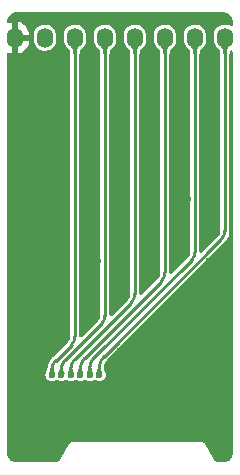
<source format=gbr>
%TF.GenerationSoftware,KiCad,Pcbnew,(6.0.6)*%
%TF.CreationDate,2022-07-10T16:05:05+02:00*%
%TF.ProjectId,epd,6570642e-6b69-4636-9164-5f7063625858,rev?*%
%TF.SameCoordinates,Original*%
%TF.FileFunction,Copper,L1,Top*%
%TF.FilePolarity,Positive*%
%FSLAX46Y46*%
G04 Gerber Fmt 4.6, Leading zero omitted, Abs format (unit mm)*
G04 Created by KiCad (PCBNEW (6.0.6)) date 2022-07-10 16:05:05*
%MOMM*%
%LPD*%
G01*
G04 APERTURE LIST*
%TA.AperFunction,ComponentPad*%
%ADD10O,1.400000X1.700000*%
%TD*%
%TA.AperFunction,ViaPad*%
%ADD11C,0.600000*%
%TD*%
%TA.AperFunction,Conductor*%
%ADD12C,0.250000*%
%TD*%
G04 APERTURE END LIST*
D10*
%TO.P,J2,1,Pin_1*%
%TO.N,GND*%
X148860000Y-70300000D03*
%TO.P,J2,2,Pin_2*%
%TO.N,+3.3V*%
X151400000Y-70300000D03*
%TO.P,J2,3,Pin_3*%
%TO.N,DIN*%
X153940000Y-70300000D03*
%TO.P,J2,4,Pin_4*%
%TO.N,SCK*%
X156480000Y-70300000D03*
%TO.P,J2,5,Pin_5*%
%TO.N,CS*%
X159020000Y-70300000D03*
%TO.P,J2,6,Pin_6*%
%TO.N,DC*%
X161560000Y-70300000D03*
%TO.P,J2,7,Pin_7*%
%TO.N,RST*%
X164100000Y-70300000D03*
%TO.P,J2,8,Pin_8*%
%TO.N,BUSY*%
X166640000Y-70300000D03*
%TD*%
D11*
%TO.N,GND*%
X162830000Y-77780000D03*
X162830000Y-75240000D03*
X165370000Y-77780000D03*
X150130000Y-72700000D03*
X165370000Y-72700000D03*
X162737800Y-89200000D03*
X160290000Y-80320000D03*
X162830000Y-101900000D03*
X157750000Y-75240000D03*
X152670000Y-101900000D03*
X150190200Y-89204800D03*
X160223200Y-89204800D03*
X162830000Y-80320000D03*
X152670000Y-80320000D03*
X155210000Y-75240000D03*
X165370000Y-96820000D03*
X165227000Y-83950000D03*
X165370000Y-75240000D03*
X152670000Y-77780000D03*
X160290000Y-83950000D03*
X160290000Y-101900000D03*
X157750000Y-77780000D03*
X152670000Y-72700000D03*
X155879800Y-89204800D03*
X155210000Y-77780000D03*
X157750000Y-83950000D03*
X162830000Y-72700000D03*
X163525200Y-83947000D03*
X155210000Y-72700000D03*
X150190200Y-83950000D03*
X157750000Y-101900000D03*
X155210000Y-83950000D03*
X165370000Y-80320000D03*
X150130000Y-75240000D03*
X157505400Y-89204800D03*
X150130000Y-80320000D03*
X155210000Y-101900000D03*
X150130000Y-96820000D03*
X162830000Y-96820000D03*
X165303200Y-89200000D03*
X160290000Y-75240000D03*
X151790400Y-89204800D03*
X157750000Y-96820000D03*
X152670000Y-75240000D03*
X150130000Y-101900000D03*
X160290000Y-96820000D03*
X151790400Y-83947000D03*
X165370000Y-101900000D03*
X157750000Y-72700000D03*
X150130000Y-77780000D03*
X160290000Y-72700000D03*
X160290000Y-77780000D03*
X157750000Y-80320000D03*
%TO.N,DIN*%
X152000000Y-98825000D03*
%TO.N,SCK*%
X152800000Y-98825000D03*
%TO.N,CS*%
X153600000Y-98825000D03*
%TO.N,DC*%
X154400000Y-98825000D03*
%TO.N,RST*%
X155200000Y-98825000D03*
%TO.N,BUSY*%
X156000000Y-98825000D03*
%TD*%
D12*
%TO.N,DIN*%
X152000000Y-98387500D02*
X152000000Y-98825000D01*
X152309359Y-97640640D02*
X153650136Y-96299864D01*
X153940000Y-95600072D02*
X153940000Y-70300000D01*
X153650160Y-96299888D02*
G75*
G03*
X153940000Y-95600072I-699860J699788D01*
G01*
X151999994Y-98387500D02*
G75*
G02*
X152309359Y-97640640I1056206J0D01*
G01*
%TO.N,SCK*%
X152800000Y-98825000D02*
X152800000Y-98362500D01*
X156203627Y-94496370D02*
X153127036Y-97572963D01*
X156480000Y-93829146D02*
X156480000Y-70300000D01*
X156203604Y-94496347D02*
G75*
G03*
X156480000Y-93829146I-667204J667247D01*
G01*
X152800007Y-98362500D02*
G75*
G02*
X153127036Y-97572963I1116593J0D01*
G01*
%TO.N,CS*%
X153600000Y-98825000D02*
X153600000Y-98337500D01*
X159020000Y-91964870D02*
X159020000Y-70300000D01*
X158691104Y-92758895D02*
X153944714Y-97505285D01*
X158691115Y-92758906D02*
G75*
G03*
X159020000Y-91964870I-794015J794006D01*
G01*
X153599991Y-98337500D02*
G75*
G02*
X153944714Y-97505285I1176909J0D01*
G01*
%TO.N,DC*%
X154762392Y-97437607D02*
X161237036Y-90962963D01*
X154400000Y-98312500D02*
X154400000Y-98825000D01*
X161560000Y-90183259D02*
X161560000Y-70300000D01*
X154400004Y-98312500D02*
G75*
G02*
X154762392Y-97437607I1237296J0D01*
G01*
X161237063Y-90962990D02*
G75*
G03*
X161560000Y-90183259I-779763J779690D01*
G01*
%TO.N,RST*%
X155580069Y-97369930D02*
X163821141Y-89128858D01*
X164100000Y-88455633D02*
X164100000Y-70300000D01*
X155200000Y-98825000D02*
X155200000Y-98287500D01*
X155199988Y-98287500D02*
G75*
G02*
X155580069Y-97369930I1297612J0D01*
G01*
X163821128Y-89128845D02*
G75*
G03*
X164100000Y-88455633I-673228J673245D01*
G01*
%TO.N,BUSY*%
X156000000Y-98825000D02*
X156000000Y-98262500D01*
X166336291Y-87363708D02*
X156397747Y-97302252D01*
X166640000Y-86630489D02*
X166640000Y-70300000D01*
X156000001Y-98262500D02*
G75*
G02*
X156397747Y-97302252I1357999J0D01*
G01*
X166336291Y-87363708D02*
G75*
G03*
X166640000Y-86630489I-733191J733208D01*
G01*
%TD*%
%TA.AperFunction,Conductor*%
%TO.N,SCK*%
G36*
X152949687Y-98096278D02*
G01*
X152956753Y-98101778D01*
X152957963Y-98110268D01*
X152941184Y-98180708D01*
X152930641Y-98251479D01*
X152928160Y-98313760D01*
X152932949Y-98369720D01*
X152944216Y-98421528D01*
X152961168Y-98471355D01*
X152983015Y-98521369D01*
X153008964Y-98573740D01*
X153008997Y-98573804D01*
X153038186Y-98630568D01*
X153038247Y-98630688D01*
X153066309Y-98686847D01*
X153066942Y-98695780D01*
X153064277Y-98700185D01*
X152808433Y-98966231D01*
X152800229Y-98969819D01*
X152791567Y-98966231D01*
X152535528Y-98699982D01*
X152532263Y-98691643D01*
X152533329Y-98686988D01*
X152562981Y-98622447D01*
X152562983Y-98622442D01*
X152563030Y-98622340D01*
X152588652Y-98558795D01*
X152601475Y-98521369D01*
X152608419Y-98501101D01*
X152608424Y-98501086D01*
X152608471Y-98500948D01*
X152616843Y-98471581D01*
X152624054Y-98446283D01*
X152624056Y-98446275D01*
X152624092Y-98446149D01*
X152637121Y-98391747D01*
X152649161Y-98335091D01*
X152661820Y-98273530D01*
X152676674Y-98204540D01*
X152676724Y-98204317D01*
X152695384Y-98125201D01*
X152695454Y-98124923D01*
X152716549Y-98044376D01*
X152721960Y-98037241D01*
X152730973Y-98036060D01*
X152949687Y-98096278D01*
G37*
%TD.AperFunction*%
%TD*%
%TA.AperFunction,Conductor*%
%TO.N,SCK*%
G36*
X156488433Y-69958769D02*
G01*
X157104078Y-70598964D01*
X157107343Y-70607303D01*
X157105938Y-70612637D01*
X157040434Y-70733831D01*
X157039927Y-70734681D01*
X156969725Y-70841809D01*
X156969299Y-70842416D01*
X156899991Y-70934825D01*
X156899800Y-70935072D01*
X156833288Y-71018990D01*
X156771604Y-71100540D01*
X156716792Y-71185851D01*
X156670788Y-71281189D01*
X156635530Y-71392816D01*
X156612955Y-71526999D01*
X156612939Y-71527330D01*
X156612938Y-71527338D01*
X156605543Y-71678870D01*
X156601717Y-71686967D01*
X156593857Y-71690000D01*
X156366143Y-71690000D01*
X156357870Y-71686573D01*
X156354457Y-71678870D01*
X156347061Y-71527338D01*
X156347060Y-71527330D01*
X156347044Y-71526999D01*
X156324469Y-71392816D01*
X156289211Y-71281189D01*
X156243207Y-71185851D01*
X156188395Y-71100540D01*
X156126711Y-71018990D01*
X156060199Y-70935072D01*
X156060008Y-70934825D01*
X155990700Y-70842416D01*
X155990274Y-70841809D01*
X155920072Y-70734681D01*
X155919565Y-70733831D01*
X155854062Y-70612637D01*
X155853143Y-70603730D01*
X155855922Y-70598964D01*
X156471567Y-69958769D01*
X156479771Y-69955181D01*
X156488433Y-69958769D01*
G37*
%TD.AperFunction*%
%TD*%
%TA.AperFunction,Conductor*%
%TO.N,DC*%
G36*
X161568433Y-69958769D02*
G01*
X162184078Y-70598964D01*
X162187343Y-70607303D01*
X162185938Y-70612637D01*
X162120434Y-70733831D01*
X162119927Y-70734681D01*
X162049725Y-70841809D01*
X162049299Y-70842416D01*
X161979991Y-70934825D01*
X161979800Y-70935072D01*
X161913288Y-71018990D01*
X161851604Y-71100540D01*
X161796792Y-71185851D01*
X161750788Y-71281189D01*
X161715530Y-71392816D01*
X161692955Y-71526999D01*
X161692939Y-71527330D01*
X161692938Y-71527338D01*
X161685543Y-71678870D01*
X161681717Y-71686967D01*
X161673857Y-71690000D01*
X161446143Y-71690000D01*
X161437870Y-71686573D01*
X161434457Y-71678870D01*
X161427061Y-71527338D01*
X161427060Y-71527330D01*
X161427044Y-71526999D01*
X161404469Y-71392816D01*
X161369211Y-71281189D01*
X161323207Y-71185851D01*
X161268395Y-71100540D01*
X161206711Y-71018990D01*
X161140199Y-70935072D01*
X161140008Y-70934825D01*
X161070700Y-70842416D01*
X161070274Y-70841809D01*
X161000072Y-70734681D01*
X160999565Y-70733831D01*
X160934062Y-70612637D01*
X160933143Y-70603730D01*
X160935922Y-70598964D01*
X161551567Y-69958769D01*
X161559771Y-69955181D01*
X161568433Y-69958769D01*
G37*
%TD.AperFunction*%
%TD*%
%TA.AperFunction,Conductor*%
%TO.N,CS*%
G36*
X159028433Y-69958769D02*
G01*
X159644078Y-70598964D01*
X159647343Y-70607303D01*
X159645938Y-70612637D01*
X159580434Y-70733831D01*
X159579927Y-70734681D01*
X159509725Y-70841809D01*
X159509299Y-70842416D01*
X159439991Y-70934825D01*
X159439800Y-70935072D01*
X159373288Y-71018990D01*
X159311604Y-71100540D01*
X159256792Y-71185851D01*
X159210788Y-71281189D01*
X159175530Y-71392816D01*
X159152955Y-71526999D01*
X159152939Y-71527330D01*
X159152938Y-71527338D01*
X159145543Y-71678870D01*
X159141717Y-71686967D01*
X159133857Y-71690000D01*
X158906143Y-71690000D01*
X158897870Y-71686573D01*
X158894457Y-71678870D01*
X158887061Y-71527338D01*
X158887060Y-71527330D01*
X158887044Y-71526999D01*
X158864469Y-71392816D01*
X158829211Y-71281189D01*
X158783207Y-71185851D01*
X158728395Y-71100540D01*
X158666711Y-71018990D01*
X158600199Y-70935072D01*
X158600008Y-70934825D01*
X158530700Y-70842416D01*
X158530274Y-70841809D01*
X158460072Y-70734681D01*
X158459565Y-70733831D01*
X158394062Y-70612637D01*
X158393143Y-70603730D01*
X158395922Y-70598964D01*
X159011567Y-69958769D01*
X159019771Y-69955181D01*
X159028433Y-69958769D01*
G37*
%TD.AperFunction*%
%TD*%
%TA.AperFunction,Conductor*%
%TO.N,BUSY*%
G36*
X156143836Y-97989825D02*
G01*
X156151156Y-97994981D01*
X156152748Y-98003513D01*
X156135781Y-98089136D01*
X156124673Y-98173108D01*
X156121170Y-98246837D01*
X156124801Y-98312919D01*
X156135093Y-98373950D01*
X156135177Y-98374248D01*
X156145718Y-98411706D01*
X156151577Y-98432528D01*
X156173780Y-98491248D01*
X156201233Y-98552708D01*
X156201283Y-98552811D01*
X156233463Y-98619504D01*
X156266406Y-98686883D01*
X156266961Y-98695821D01*
X156264328Y-98700132D01*
X156008433Y-98966231D01*
X156000229Y-98969819D01*
X155991567Y-98966231D01*
X155735498Y-98699951D01*
X155732233Y-98691612D01*
X155733274Y-98687011D01*
X155766844Y-98612944D01*
X155766847Y-98612937D01*
X155766909Y-98612800D01*
X155794597Y-98540578D01*
X155814954Y-98474593D01*
X155824959Y-98432528D01*
X155829830Y-98412050D01*
X155829834Y-98412030D01*
X155829872Y-98411871D01*
X155836778Y-98373950D01*
X155841230Y-98349507D01*
X155841233Y-98349489D01*
X155841242Y-98349439D01*
X155850953Y-98284323D01*
X155860889Y-98213616D01*
X155860908Y-98213486D01*
X155872948Y-98134271D01*
X155872994Y-98133993D01*
X155889019Y-98043313D01*
X155889086Y-98042964D01*
X155908618Y-97949179D01*
X155913659Y-97941778D01*
X155922636Y-97940148D01*
X156143836Y-97989825D01*
G37*
%TD.AperFunction*%
%TD*%
%TA.AperFunction,Conductor*%
%TO.N,RST*%
G36*
X155345105Y-98016199D02*
G01*
X155352373Y-98021431D01*
X155353882Y-98029956D01*
X155336963Y-98111830D01*
X155336940Y-98111998D01*
X155336938Y-98112011D01*
X155329276Y-98168496D01*
X155326014Y-98192545D01*
X155322785Y-98263443D01*
X155326725Y-98327018D01*
X155337281Y-98385760D01*
X155353903Y-98442164D01*
X155376037Y-98498721D01*
X155403133Y-98557923D01*
X155403174Y-98558006D01*
X155434637Y-98622263D01*
X155466384Y-98686875D01*
X155466957Y-98695812D01*
X155464316Y-98700145D01*
X155208433Y-98966231D01*
X155200229Y-98969819D01*
X155191567Y-98966231D01*
X154935684Y-98700145D01*
X154935504Y-98699957D01*
X154932239Y-98691619D01*
X154933286Y-98687006D01*
X154965855Y-98615364D01*
X154965921Y-98615219D01*
X154993075Y-98545191D01*
X155013280Y-98481260D01*
X155028353Y-98420532D01*
X155040112Y-98360116D01*
X155050377Y-98297122D01*
X155060963Y-98228657D01*
X155073671Y-98151945D01*
X155073713Y-98151707D01*
X155081268Y-98111830D01*
X155090350Y-98063887D01*
X155090419Y-98063554D01*
X155110289Y-97973122D01*
X155115411Y-97965777D01*
X155124397Y-97964244D01*
X155345105Y-98016199D01*
G37*
%TD.AperFunction*%
%TD*%
%TA.AperFunction,Conductor*%
%TO.N,BUSY*%
G36*
X166648433Y-69958769D02*
G01*
X167264078Y-70598964D01*
X167267343Y-70607303D01*
X167265938Y-70612637D01*
X167200434Y-70733831D01*
X167199927Y-70734681D01*
X167129725Y-70841809D01*
X167129299Y-70842416D01*
X167059991Y-70934825D01*
X167059800Y-70935072D01*
X166993288Y-71018990D01*
X166931604Y-71100540D01*
X166876792Y-71185851D01*
X166830788Y-71281189D01*
X166795530Y-71392816D01*
X166772955Y-71526999D01*
X166772939Y-71527330D01*
X166772938Y-71527338D01*
X166765543Y-71678870D01*
X166761717Y-71686967D01*
X166753857Y-71690000D01*
X166526143Y-71690000D01*
X166517870Y-71686573D01*
X166514457Y-71678870D01*
X166507061Y-71527338D01*
X166507060Y-71527330D01*
X166507044Y-71526999D01*
X166484469Y-71392816D01*
X166449211Y-71281189D01*
X166403207Y-71185851D01*
X166348395Y-71100540D01*
X166286711Y-71018990D01*
X166220199Y-70935072D01*
X166220008Y-70934825D01*
X166150700Y-70842416D01*
X166150274Y-70841809D01*
X166080072Y-70734681D01*
X166079565Y-70733831D01*
X166014062Y-70612637D01*
X166013143Y-70603730D01*
X166015922Y-70598964D01*
X166631567Y-69958769D01*
X166639771Y-69955181D01*
X166648433Y-69958769D01*
G37*
%TD.AperFunction*%
%TD*%
%TA.AperFunction,Conductor*%
%TO.N,RST*%
G36*
X164108433Y-69958769D02*
G01*
X164724078Y-70598964D01*
X164727343Y-70607303D01*
X164725938Y-70612637D01*
X164660434Y-70733831D01*
X164659927Y-70734681D01*
X164589725Y-70841809D01*
X164589299Y-70842416D01*
X164519991Y-70934825D01*
X164519800Y-70935072D01*
X164453288Y-71018990D01*
X164391604Y-71100540D01*
X164336792Y-71185851D01*
X164290788Y-71281189D01*
X164255530Y-71392816D01*
X164232955Y-71526999D01*
X164232939Y-71527330D01*
X164232938Y-71527338D01*
X164225543Y-71678870D01*
X164221717Y-71686967D01*
X164213857Y-71690000D01*
X163986143Y-71690000D01*
X163977870Y-71686573D01*
X163974457Y-71678870D01*
X163967061Y-71527338D01*
X163967060Y-71527330D01*
X163967044Y-71526999D01*
X163944469Y-71392816D01*
X163909211Y-71281189D01*
X163863207Y-71185851D01*
X163808395Y-71100540D01*
X163746711Y-71018990D01*
X163680199Y-70935072D01*
X163680008Y-70934825D01*
X163610700Y-70842416D01*
X163610274Y-70841809D01*
X163540072Y-70734681D01*
X163539565Y-70733831D01*
X163474062Y-70612637D01*
X163473143Y-70603730D01*
X163475922Y-70598964D01*
X164091567Y-69958769D01*
X164099771Y-69955181D01*
X164108433Y-69958769D01*
G37*
%TD.AperFunction*%
%TD*%
%TA.AperFunction,Conductor*%
%TO.N,DC*%
G36*
X154546512Y-98042714D02*
G01*
X154553720Y-98048027D01*
X154555139Y-98056543D01*
X154549180Y-98084126D01*
X154538267Y-98134642D01*
X154527464Y-98212073D01*
X154524496Y-98280123D01*
X154528730Y-98341176D01*
X154539535Y-98397620D01*
X154556279Y-98451842D01*
X154578330Y-98506227D01*
X154605055Y-98563163D01*
X154605101Y-98563256D01*
X154605108Y-98563270D01*
X154635808Y-98625009D01*
X154635822Y-98625037D01*
X154666361Y-98686866D01*
X154666952Y-98695801D01*
X154664304Y-98700157D01*
X154408433Y-98966231D01*
X154400229Y-98969819D01*
X154391567Y-98966231D01*
X154135511Y-98699965D01*
X154132246Y-98691626D01*
X154133299Y-98687000D01*
X154133361Y-98686866D01*
X154164945Y-98617617D01*
X154191578Y-98549769D01*
X154211643Y-98487879D01*
X154211689Y-98487702D01*
X154226852Y-98429270D01*
X154226854Y-98429260D01*
X154226886Y-98429138D01*
X154233453Y-98397620D01*
X154239032Y-98370841D01*
X154239035Y-98370823D01*
X154239054Y-98370734D01*
X154249891Y-98309858D01*
X154261144Y-98243698D01*
X154274542Y-98169536D01*
X154274589Y-98169292D01*
X154291847Y-98084442D01*
X154291916Y-98084126D01*
X154312166Y-97996978D01*
X154317376Y-97989695D01*
X154326371Y-97988268D01*
X154546512Y-98042714D01*
G37*
%TD.AperFunction*%
%TD*%
%TA.AperFunction,Conductor*%
%TO.N,DIN*%
G36*
X153948433Y-69958769D02*
G01*
X154564078Y-70598964D01*
X154567343Y-70607303D01*
X154565938Y-70612637D01*
X154500434Y-70733831D01*
X154499927Y-70734681D01*
X154429725Y-70841809D01*
X154429299Y-70842416D01*
X154359991Y-70934825D01*
X154359800Y-70935072D01*
X154293288Y-71018990D01*
X154231604Y-71100540D01*
X154176792Y-71185851D01*
X154130788Y-71281189D01*
X154095530Y-71392816D01*
X154072955Y-71526999D01*
X154072939Y-71527330D01*
X154072938Y-71527338D01*
X154065543Y-71678870D01*
X154061717Y-71686967D01*
X154053857Y-71690000D01*
X153826143Y-71690000D01*
X153817870Y-71686573D01*
X153814457Y-71678870D01*
X153807061Y-71527338D01*
X153807060Y-71527330D01*
X153807044Y-71526999D01*
X153784469Y-71392816D01*
X153749211Y-71281189D01*
X153703207Y-71185851D01*
X153648395Y-71100540D01*
X153586711Y-71018990D01*
X153520199Y-70935072D01*
X153520008Y-70934825D01*
X153450700Y-70842416D01*
X153450274Y-70841809D01*
X153380072Y-70734681D01*
X153379565Y-70733831D01*
X153314062Y-70612637D01*
X153313143Y-70603730D01*
X153315922Y-70598964D01*
X153931567Y-69958769D01*
X153939771Y-69955181D01*
X153948433Y-69958769D01*
G37*
%TD.AperFunction*%
%TD*%
%TA.AperFunction,Conductor*%
%TO.N,DIN*%
G36*
X152151489Y-98123388D02*
G01*
X152158470Y-98128996D01*
X152159557Y-98137472D01*
X152142828Y-98204014D01*
X152132398Y-98271397D01*
X152132385Y-98271733D01*
X152132385Y-98271735D01*
X152131756Y-98288293D01*
X152130141Y-98330750D01*
X152135187Y-98384131D01*
X152146663Y-98433597D01*
X152163698Y-98481207D01*
X152185420Y-98529018D01*
X152210959Y-98579088D01*
X152234751Y-98624514D01*
X152239393Y-98633378D01*
X152239469Y-98633525D01*
X152266280Y-98686837D01*
X152266935Y-98695767D01*
X152264260Y-98700203D01*
X152008433Y-98966231D01*
X152000229Y-98969819D01*
X151991567Y-98966231D01*
X151735537Y-98699992D01*
X151732272Y-98691653D01*
X151733346Y-98686981D01*
X151762034Y-98624786D01*
X151762094Y-98624656D01*
X151787232Y-98563228D01*
X151799259Y-98529159D01*
X151806909Y-98507488D01*
X151806911Y-98507482D01*
X151806948Y-98507377D01*
X151822781Y-98454531D01*
X151828088Y-98433910D01*
X151836257Y-98402162D01*
X151836269Y-98402116D01*
X151848947Y-98347561D01*
X151862354Y-98288293D01*
X151878004Y-98221843D01*
X151878041Y-98221688D01*
X151897472Y-98145455D01*
X151897541Y-98145197D01*
X151919137Y-98067889D01*
X151924664Y-98060843D01*
X151933685Y-98059806D01*
X152151489Y-98123388D01*
G37*
%TD.AperFunction*%
%TD*%
%TA.AperFunction,Conductor*%
%TO.N,CS*%
G36*
X153748015Y-98069400D02*
G01*
X153755157Y-98074802D01*
X153756476Y-98083307D01*
X153739650Y-98157596D01*
X153728984Y-98231714D01*
X153726267Y-98296892D01*
X153730788Y-98355408D01*
X153741833Y-98409541D01*
X153758691Y-98461570D01*
X153758791Y-98461807D01*
X153780590Y-98513636D01*
X153780598Y-98513653D01*
X153780649Y-98513775D01*
X153780710Y-98513901D01*
X153780712Y-98513906D01*
X153806978Y-98568400D01*
X153806995Y-98568434D01*
X153836979Y-98627754D01*
X153837016Y-98627827D01*
X153866336Y-98686857D01*
X153866947Y-98695791D01*
X153864290Y-98700172D01*
X153608433Y-98966231D01*
X153600229Y-98969819D01*
X153591567Y-98966231D01*
X153335518Y-98699972D01*
X153332254Y-98691635D01*
X153333313Y-98686995D01*
X153363924Y-98620115D01*
X153363928Y-98620105D01*
X153363980Y-98619992D01*
X153390100Y-98554306D01*
X153410033Y-98494445D01*
X153425456Y-98437680D01*
X153438043Y-98381280D01*
X153449469Y-98322516D01*
X153461408Y-98258658D01*
X153475507Y-98187123D01*
X153475555Y-98186889D01*
X153493501Y-98104863D01*
X153493571Y-98104565D01*
X153514223Y-98020732D01*
X153519529Y-98013519D01*
X153528533Y-98012209D01*
X153748015Y-98069400D01*
G37*
%TD.AperFunction*%
%TD*%
%TA.AperFunction,Conductor*%
%TO.N,GND*%
G36*
X166537103Y-68156921D02*
G01*
X166550000Y-68159486D01*
X166562170Y-68157065D01*
X166569856Y-68157065D01*
X166582207Y-68157672D01*
X166683092Y-68167609D01*
X166707309Y-68172425D01*
X166823426Y-68207649D01*
X166846226Y-68217093D01*
X166953239Y-68274292D01*
X166973770Y-68288011D01*
X167067556Y-68364981D01*
X167085019Y-68382444D01*
X167161989Y-68476230D01*
X167175708Y-68496761D01*
X167232907Y-68603774D01*
X167242351Y-68626574D01*
X167277575Y-68742691D01*
X167282391Y-68766908D01*
X167292328Y-68867793D01*
X167292935Y-68880144D01*
X167292935Y-68887830D01*
X167290514Y-68900000D01*
X167292935Y-68912170D01*
X167293079Y-68912894D01*
X167295500Y-68937476D01*
X167295500Y-69206311D01*
X167275498Y-69274432D01*
X167221842Y-69320925D01*
X167151568Y-69331029D01*
X167113874Y-69319367D01*
X166974428Y-69250751D01*
X166786778Y-69201872D01*
X166695845Y-69197106D01*
X166599513Y-69192057D01*
X166599509Y-69192057D01*
X166593132Y-69191723D01*
X166401401Y-69220720D01*
X166395408Y-69222925D01*
X166225403Y-69285474D01*
X166225398Y-69285476D01*
X166219417Y-69287677D01*
X166054613Y-69389860D01*
X165913722Y-69523094D01*
X165802499Y-69681937D01*
X165725488Y-69859900D01*
X165724182Y-69866150D01*
X165724182Y-69866151D01*
X165686959Y-70044329D01*
X165685834Y-70049713D01*
X165685500Y-70056086D01*
X165685500Y-70498456D01*
X165700174Y-70642919D01*
X165758161Y-70827957D01*
X165852171Y-70997555D01*
X165978364Y-71144786D01*
X165983406Y-71148697D01*
X165983407Y-71148698D01*
X166126540Y-71259724D01*
X166126544Y-71259726D01*
X166130389Y-71262709D01*
X166131584Y-71263636D01*
X166131473Y-71263779D01*
X166168019Y-71299871D01*
X166172208Y-71306391D01*
X166179681Y-71319740D01*
X166193921Y-71349249D01*
X166203446Y-71368989D01*
X166210113Y-71385790D01*
X166226436Y-71437467D01*
X166228920Y-71445333D01*
X166233024Y-71462376D01*
X166247367Y-71547625D01*
X166248962Y-71562380D01*
X166255266Y-71691521D01*
X166256605Y-71697167D01*
X166256606Y-71697172D01*
X166257098Y-71699245D01*
X166260500Y-71728327D01*
X166260500Y-86590705D01*
X166258949Y-86610415D01*
X166255769Y-86630493D01*
X166257320Y-86640286D01*
X166257320Y-86650204D01*
X166256665Y-86650204D01*
X166257101Y-86665003D01*
X166249085Y-86746399D01*
X166244269Y-86770618D01*
X166214058Y-86870209D01*
X166204609Y-86893019D01*
X166155556Y-86984790D01*
X166141833Y-87005328D01*
X166089938Y-87068561D01*
X166079171Y-87078709D01*
X166079635Y-87079173D01*
X166072622Y-87086186D01*
X166064602Y-87092013D01*
X166058775Y-87100033D01*
X166052653Y-87108459D01*
X166039813Y-87123492D01*
X164694595Y-88468710D01*
X164632283Y-88502736D01*
X164561468Y-88497671D01*
X164504632Y-88455124D01*
X164479821Y-88388604D01*
X164479500Y-88379615D01*
X164479500Y-71727968D01*
X164482493Y-71703673D01*
X164482327Y-71703648D01*
X164483234Y-71697522D01*
X164484735Y-71691520D01*
X164491037Y-71562376D01*
X164492633Y-71547616D01*
X164492633Y-71547615D01*
X164506976Y-71462369D01*
X164511079Y-71445333D01*
X164529885Y-71385793D01*
X164536553Y-71368990D01*
X164560315Y-71319746D01*
X164567787Y-71306397D01*
X164577315Y-71291567D01*
X164616924Y-71252589D01*
X164685387Y-71210140D01*
X164826278Y-71076906D01*
X164937501Y-70918063D01*
X165014512Y-70740100D01*
X165052165Y-70559865D01*
X165053175Y-70555032D01*
X165053175Y-70555028D01*
X165054166Y-70550287D01*
X165054500Y-70543914D01*
X165054500Y-70101544D01*
X165039826Y-69957081D01*
X164981839Y-69772043D01*
X164887829Y-69602445D01*
X164761636Y-69455214D01*
X164755500Y-69450454D01*
X164677382Y-69389860D01*
X164608416Y-69336364D01*
X164602691Y-69333547D01*
X164602688Y-69333545D01*
X164440157Y-69253570D01*
X164434428Y-69250751D01*
X164246778Y-69201872D01*
X164155845Y-69197106D01*
X164059513Y-69192057D01*
X164059509Y-69192057D01*
X164053132Y-69191723D01*
X163861401Y-69220720D01*
X163855408Y-69222925D01*
X163685403Y-69285474D01*
X163685398Y-69285476D01*
X163679417Y-69287677D01*
X163514613Y-69389860D01*
X163373722Y-69523094D01*
X163262499Y-69681937D01*
X163185488Y-69859900D01*
X163184182Y-69866150D01*
X163184182Y-69866151D01*
X163146959Y-70044329D01*
X163145834Y-70049713D01*
X163145500Y-70056086D01*
X163145500Y-70498456D01*
X163160174Y-70642919D01*
X163218161Y-70827957D01*
X163312171Y-70997555D01*
X163438364Y-71144786D01*
X163443406Y-71148697D01*
X163443407Y-71148698D01*
X163586540Y-71259724D01*
X163586544Y-71259726D01*
X163590389Y-71262709D01*
X163591584Y-71263636D01*
X163591473Y-71263779D01*
X163628019Y-71299871D01*
X163632208Y-71306391D01*
X163639681Y-71319740D01*
X163653921Y-71349249D01*
X163663446Y-71368989D01*
X163670113Y-71385790D01*
X163686436Y-71437467D01*
X163688920Y-71445333D01*
X163693024Y-71462376D01*
X163707367Y-71547625D01*
X163708962Y-71562380D01*
X163715266Y-71691521D01*
X163716605Y-71697167D01*
X163716606Y-71697172D01*
X163717098Y-71699245D01*
X163720500Y-71728327D01*
X163720500Y-88415839D01*
X163718948Y-88435552D01*
X163715769Y-88455620D01*
X163717319Y-88465412D01*
X163717319Y-88475330D01*
X163716664Y-88475330D01*
X163717100Y-88490125D01*
X163714529Y-88516217D01*
X163710711Y-88554973D01*
X163705892Y-88579198D01*
X163680510Y-88662864D01*
X163671057Y-88685683D01*
X163629844Y-88762784D01*
X163616120Y-88783322D01*
X163574735Y-88833747D01*
X163564017Y-88843852D01*
X163564486Y-88844321D01*
X163557471Y-88851336D01*
X163549452Y-88857162D01*
X163543625Y-88865182D01*
X163537503Y-88873608D01*
X163524663Y-88888641D01*
X162157774Y-90255531D01*
X162095462Y-90289556D01*
X162024647Y-90284492D01*
X161967811Y-90241945D01*
X161945823Y-90182994D01*
X161944231Y-90183246D01*
X161944191Y-90182994D01*
X161941052Y-90163177D01*
X161939500Y-90143464D01*
X161939500Y-71727968D01*
X161942493Y-71703673D01*
X161942327Y-71703648D01*
X161943234Y-71697522D01*
X161944735Y-71691520D01*
X161951037Y-71562376D01*
X161952633Y-71547616D01*
X161952633Y-71547615D01*
X161966976Y-71462369D01*
X161971079Y-71445333D01*
X161989885Y-71385793D01*
X161996553Y-71368990D01*
X162020315Y-71319746D01*
X162027787Y-71306397D01*
X162037315Y-71291567D01*
X162076924Y-71252589D01*
X162145387Y-71210140D01*
X162286278Y-71076906D01*
X162397501Y-70918063D01*
X162474512Y-70740100D01*
X162512165Y-70559865D01*
X162513175Y-70555032D01*
X162513175Y-70555028D01*
X162514166Y-70550287D01*
X162514500Y-70543914D01*
X162514500Y-70101544D01*
X162499826Y-69957081D01*
X162441839Y-69772043D01*
X162347829Y-69602445D01*
X162221636Y-69455214D01*
X162215500Y-69450454D01*
X162137382Y-69389860D01*
X162068416Y-69336364D01*
X162062691Y-69333547D01*
X162062688Y-69333545D01*
X161900157Y-69253570D01*
X161894428Y-69250751D01*
X161706778Y-69201872D01*
X161615845Y-69197106D01*
X161519513Y-69192057D01*
X161519509Y-69192057D01*
X161513132Y-69191723D01*
X161321401Y-69220720D01*
X161315408Y-69222925D01*
X161145403Y-69285474D01*
X161145398Y-69285476D01*
X161139417Y-69287677D01*
X160974613Y-69389860D01*
X160833722Y-69523094D01*
X160722499Y-69681937D01*
X160645488Y-69859900D01*
X160644182Y-69866150D01*
X160644182Y-69866151D01*
X160606959Y-70044329D01*
X160605834Y-70049713D01*
X160605500Y-70056086D01*
X160605500Y-70498456D01*
X160620174Y-70642919D01*
X160678161Y-70827957D01*
X160772171Y-70997555D01*
X160898364Y-71144786D01*
X160903406Y-71148697D01*
X160903407Y-71148698D01*
X161046540Y-71259724D01*
X161046544Y-71259726D01*
X161050389Y-71262709D01*
X161051584Y-71263636D01*
X161051473Y-71263779D01*
X161088019Y-71299871D01*
X161092208Y-71306391D01*
X161099681Y-71319740D01*
X161113921Y-71349249D01*
X161123446Y-71368989D01*
X161130113Y-71385790D01*
X161146436Y-71437467D01*
X161148920Y-71445333D01*
X161153024Y-71462376D01*
X161167367Y-71547625D01*
X161168962Y-71562380D01*
X161175266Y-71691521D01*
X161176605Y-71697167D01*
X161176606Y-71697172D01*
X161177098Y-71699245D01*
X161180500Y-71728327D01*
X161180500Y-90143484D01*
X161178949Y-90163191D01*
X161175769Y-90183273D01*
X161177321Y-90193066D01*
X161177321Y-90202988D01*
X161176665Y-90202988D01*
X161177103Y-90217779D01*
X161170036Y-90289556D01*
X161167825Y-90312013D01*
X161163007Y-90336238D01*
X161129063Y-90448153D01*
X161119612Y-90470973D01*
X161064486Y-90574118D01*
X161050764Y-90594656D01*
X160990798Y-90667731D01*
X160979915Y-90677993D01*
X160980364Y-90678442D01*
X160973352Y-90685455D01*
X160965331Y-90691283D01*
X160959504Y-90699304D01*
X160959501Y-90699307D01*
X160953388Y-90707722D01*
X160940543Y-90722762D01*
X159617775Y-92045530D01*
X159555463Y-92079556D01*
X159484648Y-92074491D01*
X159427812Y-92031944D01*
X159403802Y-91967571D01*
X159404231Y-91964860D01*
X159401052Y-91944792D01*
X159399500Y-91925078D01*
X159399500Y-71727968D01*
X159402493Y-71703673D01*
X159402327Y-71703648D01*
X159403234Y-71697522D01*
X159404735Y-71691520D01*
X159411037Y-71562376D01*
X159412633Y-71547616D01*
X159412633Y-71547615D01*
X159426976Y-71462369D01*
X159431079Y-71445333D01*
X159449885Y-71385793D01*
X159456553Y-71368990D01*
X159480315Y-71319746D01*
X159487787Y-71306397D01*
X159497315Y-71291567D01*
X159536924Y-71252589D01*
X159605387Y-71210140D01*
X159746278Y-71076906D01*
X159857501Y-70918063D01*
X159934512Y-70740100D01*
X159972165Y-70559865D01*
X159973175Y-70555032D01*
X159973175Y-70555028D01*
X159974166Y-70550287D01*
X159974500Y-70543914D01*
X159974500Y-70101544D01*
X159959826Y-69957081D01*
X159901839Y-69772043D01*
X159807829Y-69602445D01*
X159681636Y-69455214D01*
X159675500Y-69450454D01*
X159597382Y-69389860D01*
X159528416Y-69336364D01*
X159522691Y-69333547D01*
X159522688Y-69333545D01*
X159360157Y-69253570D01*
X159354428Y-69250751D01*
X159166778Y-69201872D01*
X159075845Y-69197106D01*
X158979513Y-69192057D01*
X158979509Y-69192057D01*
X158973132Y-69191723D01*
X158781401Y-69220720D01*
X158775408Y-69222925D01*
X158605403Y-69285474D01*
X158605398Y-69285476D01*
X158599417Y-69287677D01*
X158434613Y-69389860D01*
X158293722Y-69523094D01*
X158182499Y-69681937D01*
X158105488Y-69859900D01*
X158104182Y-69866150D01*
X158104182Y-69866151D01*
X158066959Y-70044329D01*
X158065834Y-70049713D01*
X158065500Y-70056086D01*
X158065500Y-70498456D01*
X158080174Y-70642919D01*
X158138161Y-70827957D01*
X158232171Y-70997555D01*
X158358364Y-71144786D01*
X158363406Y-71148697D01*
X158363407Y-71148698D01*
X158506540Y-71259724D01*
X158506544Y-71259726D01*
X158510389Y-71262709D01*
X158511584Y-71263636D01*
X158511473Y-71263779D01*
X158548019Y-71299871D01*
X158552208Y-71306391D01*
X158559681Y-71319740D01*
X158573921Y-71349249D01*
X158583446Y-71368989D01*
X158590113Y-71385790D01*
X158606436Y-71437467D01*
X158608920Y-71445333D01*
X158613024Y-71462376D01*
X158627367Y-71547625D01*
X158628962Y-71562380D01*
X158635266Y-71691521D01*
X158636605Y-71697167D01*
X158636606Y-71697172D01*
X158637098Y-71699245D01*
X158640500Y-71728327D01*
X158640500Y-91925091D01*
X158638950Y-91944792D01*
X158635769Y-91964880D01*
X158637321Y-91974673D01*
X158637321Y-91984595D01*
X158636667Y-91984595D01*
X158637102Y-91999390D01*
X158629209Y-92079556D01*
X158627435Y-92097568D01*
X158622617Y-92121790D01*
X158610606Y-92161389D01*
X158587520Y-92237497D01*
X158578068Y-92260317D01*
X158521067Y-92366962D01*
X158507344Y-92387500D01*
X158444805Y-92463706D01*
X158433988Y-92473903D01*
X158434446Y-92474361D01*
X158427429Y-92481378D01*
X158419410Y-92487204D01*
X158413584Y-92495223D01*
X158407460Y-92503652D01*
X158394618Y-92518687D01*
X157074595Y-93838710D01*
X157012283Y-93872736D01*
X156941468Y-93867671D01*
X156884632Y-93825124D01*
X156859821Y-93758604D01*
X156859500Y-93749615D01*
X156859500Y-71727968D01*
X156862493Y-71703673D01*
X156862327Y-71703648D01*
X156863234Y-71697522D01*
X156864735Y-71691520D01*
X156871037Y-71562376D01*
X156872633Y-71547616D01*
X156872633Y-71547615D01*
X156886976Y-71462369D01*
X156891079Y-71445333D01*
X156909885Y-71385793D01*
X156916553Y-71368990D01*
X156940315Y-71319746D01*
X156947787Y-71306397D01*
X156957315Y-71291567D01*
X156996924Y-71252589D01*
X157065387Y-71210140D01*
X157206278Y-71076906D01*
X157317501Y-70918063D01*
X157394512Y-70740100D01*
X157432165Y-70559865D01*
X157433175Y-70555032D01*
X157433175Y-70555028D01*
X157434166Y-70550287D01*
X157434500Y-70543914D01*
X157434500Y-70101544D01*
X157419826Y-69957081D01*
X157361839Y-69772043D01*
X157267829Y-69602445D01*
X157141636Y-69455214D01*
X157135500Y-69450454D01*
X157057382Y-69389860D01*
X156988416Y-69336364D01*
X156982691Y-69333547D01*
X156982688Y-69333545D01*
X156820157Y-69253570D01*
X156814428Y-69250751D01*
X156626778Y-69201872D01*
X156535845Y-69197106D01*
X156439513Y-69192057D01*
X156439509Y-69192057D01*
X156433132Y-69191723D01*
X156241401Y-69220720D01*
X156235408Y-69222925D01*
X156065403Y-69285474D01*
X156065398Y-69285476D01*
X156059417Y-69287677D01*
X155894613Y-69389860D01*
X155753722Y-69523094D01*
X155642499Y-69681937D01*
X155565488Y-69859900D01*
X155564182Y-69866150D01*
X155564182Y-69866151D01*
X155526959Y-70044329D01*
X155525834Y-70049713D01*
X155525500Y-70056086D01*
X155525500Y-70498456D01*
X155540174Y-70642919D01*
X155598161Y-70827957D01*
X155692171Y-70997555D01*
X155818364Y-71144786D01*
X155823406Y-71148697D01*
X155823407Y-71148698D01*
X155966540Y-71259724D01*
X155966544Y-71259726D01*
X155970389Y-71262709D01*
X155971584Y-71263636D01*
X155971473Y-71263779D01*
X156008019Y-71299871D01*
X156012208Y-71306391D01*
X156019681Y-71319740D01*
X156033921Y-71349249D01*
X156043446Y-71368989D01*
X156050113Y-71385790D01*
X156066436Y-71437467D01*
X156068920Y-71445333D01*
X156073024Y-71462376D01*
X156087367Y-71547625D01*
X156088962Y-71562380D01*
X156095266Y-71691521D01*
X156096605Y-71697167D01*
X156096606Y-71697172D01*
X156097098Y-71699245D01*
X156100500Y-71728327D01*
X156100500Y-93789346D01*
X156098948Y-93809061D01*
X156095769Y-93829127D01*
X156097319Y-93838919D01*
X156097319Y-93848836D01*
X156096664Y-93848836D01*
X156097100Y-93863631D01*
X156093980Y-93895295D01*
X156090873Y-93926827D01*
X156086053Y-93951052D01*
X156061155Y-94033118D01*
X156051701Y-94055938D01*
X156011271Y-94131569D01*
X155997549Y-94152105D01*
X155957186Y-94201284D01*
X155946504Y-94211355D01*
X155946978Y-94211829D01*
X155939967Y-94218840D01*
X155931943Y-94224669D01*
X155926114Y-94232692D01*
X155919987Y-94241124D01*
X155907148Y-94256155D01*
X154534595Y-95628709D01*
X154472283Y-95662734D01*
X154401468Y-95657670D01*
X154344632Y-95615123D01*
X154319821Y-95548603D01*
X154319500Y-95539614D01*
X154319500Y-71727968D01*
X154322493Y-71703673D01*
X154322327Y-71703648D01*
X154323234Y-71697522D01*
X154324735Y-71691520D01*
X154331037Y-71562376D01*
X154332633Y-71547616D01*
X154332633Y-71547615D01*
X154346976Y-71462369D01*
X154351079Y-71445333D01*
X154369885Y-71385793D01*
X154376553Y-71368990D01*
X154400315Y-71319746D01*
X154407787Y-71306397D01*
X154417315Y-71291567D01*
X154456924Y-71252589D01*
X154525387Y-71210140D01*
X154666278Y-71076906D01*
X154777501Y-70918063D01*
X154854512Y-70740100D01*
X154892165Y-70559865D01*
X154893175Y-70555032D01*
X154893175Y-70555028D01*
X154894166Y-70550287D01*
X154894500Y-70543914D01*
X154894500Y-70101544D01*
X154879826Y-69957081D01*
X154821839Y-69772043D01*
X154727829Y-69602445D01*
X154601636Y-69455214D01*
X154595500Y-69450454D01*
X154517382Y-69389860D01*
X154448416Y-69336364D01*
X154442691Y-69333547D01*
X154442688Y-69333545D01*
X154280157Y-69253570D01*
X154274428Y-69250751D01*
X154086778Y-69201872D01*
X153995845Y-69197106D01*
X153899513Y-69192057D01*
X153899509Y-69192057D01*
X153893132Y-69191723D01*
X153701401Y-69220720D01*
X153695408Y-69222925D01*
X153525403Y-69285474D01*
X153525398Y-69285476D01*
X153519417Y-69287677D01*
X153354613Y-69389860D01*
X153213722Y-69523094D01*
X153102499Y-69681937D01*
X153025488Y-69859900D01*
X153024182Y-69866150D01*
X153024182Y-69866151D01*
X152986959Y-70044329D01*
X152985834Y-70049713D01*
X152985500Y-70056086D01*
X152985500Y-70498456D01*
X153000174Y-70642919D01*
X153058161Y-70827957D01*
X153152171Y-70997555D01*
X153278364Y-71144786D01*
X153283406Y-71148697D01*
X153283407Y-71148698D01*
X153426540Y-71259724D01*
X153426544Y-71259726D01*
X153430389Y-71262709D01*
X153431584Y-71263636D01*
X153431473Y-71263779D01*
X153468019Y-71299871D01*
X153472208Y-71306391D01*
X153479681Y-71319740D01*
X153493921Y-71349249D01*
X153503446Y-71368989D01*
X153510113Y-71385790D01*
X153526436Y-71437467D01*
X153528920Y-71445333D01*
X153533024Y-71462376D01*
X153547367Y-71547625D01*
X153548962Y-71562380D01*
X153555266Y-71691521D01*
X153556605Y-71697167D01*
X153556606Y-71697172D01*
X153557098Y-71699245D01*
X153560500Y-71728327D01*
X153560500Y-95560294D01*
X153558949Y-95580002D01*
X153555769Y-95600083D01*
X153557321Y-95609876D01*
X153557321Y-95619798D01*
X153556667Y-95619798D01*
X153557102Y-95634592D01*
X153549995Y-95706776D01*
X153545178Y-95730998D01*
X153517663Y-95821716D01*
X153508211Y-95844537D01*
X153463527Y-95928142D01*
X153449806Y-95948679D01*
X153403879Y-96004647D01*
X153393016Y-96014890D01*
X153393467Y-96015341D01*
X153386451Y-96022358D01*
X153378430Y-96028186D01*
X153366488Y-96044625D01*
X153353647Y-96059659D01*
X152069150Y-97344155D01*
X152054120Y-97356993D01*
X152037670Y-97368944D01*
X152030479Y-97378841D01*
X152023284Y-97387845D01*
X151914743Y-97511610D01*
X151810180Y-97668096D01*
X151808360Y-97671786D01*
X151808358Y-97671790D01*
X151736120Y-97818272D01*
X151726938Y-97836892D01*
X151725614Y-97840793D01*
X151681231Y-97971537D01*
X151674325Y-97987961D01*
X151672005Y-97992543D01*
X151672003Y-97992548D01*
X151669206Y-97998071D01*
X151647610Y-98075379D01*
X151646851Y-98078152D01*
X151646782Y-98078410D01*
X151646012Y-98081360D01*
X151645946Y-98081619D01*
X151645915Y-98081739D01*
X151635296Y-98123402D01*
X151626581Y-98157593D01*
X151625452Y-98162198D01*
X151625380Y-98162506D01*
X151625366Y-98162562D01*
X151609765Y-98228803D01*
X151609249Y-98231038D01*
X151609203Y-98231240D01*
X151602132Y-98262500D01*
X151597239Y-98284133D01*
X151596077Y-98289268D01*
X151595924Y-98289935D01*
X151592598Y-98304251D01*
X151584543Y-98338912D01*
X151583837Y-98341794D01*
X151573346Y-98382561D01*
X151572029Y-98387294D01*
X151561027Y-98424018D01*
X151559151Y-98429768D01*
X151545680Y-98467928D01*
X151543478Y-98473710D01*
X151525112Y-98518586D01*
X151522916Y-98523634D01*
X151497706Y-98578290D01*
X151496661Y-98581350D01*
X151496657Y-98581360D01*
X151480442Y-98628843D01*
X151480398Y-98628828D01*
X151476850Y-98639014D01*
X151462933Y-98672613D01*
X151462932Y-98672616D01*
X151459772Y-98680246D01*
X151440715Y-98825000D01*
X151459772Y-98969754D01*
X151515645Y-99104642D01*
X151604526Y-99220474D01*
X151611076Y-99225500D01*
X151611079Y-99225503D01*
X151661931Y-99264523D01*
X151720357Y-99309355D01*
X151855246Y-99365228D01*
X152000000Y-99384285D01*
X152008188Y-99383207D01*
X152136566Y-99366306D01*
X152144754Y-99365228D01*
X152279643Y-99309355D01*
X152323298Y-99275857D01*
X152389517Y-99250258D01*
X152459065Y-99264523D01*
X152476699Y-99275855D01*
X152520357Y-99309355D01*
X152655246Y-99365228D01*
X152800000Y-99384285D01*
X152808188Y-99383207D01*
X152936566Y-99366306D01*
X152944754Y-99365228D01*
X153079643Y-99309355D01*
X153123298Y-99275857D01*
X153189517Y-99250258D01*
X153259065Y-99264523D01*
X153276699Y-99275855D01*
X153320357Y-99309355D01*
X153455246Y-99365228D01*
X153600000Y-99384285D01*
X153608188Y-99383207D01*
X153736566Y-99366306D01*
X153744754Y-99365228D01*
X153879643Y-99309355D01*
X153923298Y-99275857D01*
X153989517Y-99250258D01*
X154059065Y-99264523D01*
X154076699Y-99275855D01*
X154120357Y-99309355D01*
X154255246Y-99365228D01*
X154400000Y-99384285D01*
X154408188Y-99383207D01*
X154536566Y-99366306D01*
X154544754Y-99365228D01*
X154679643Y-99309355D01*
X154723298Y-99275857D01*
X154789517Y-99250258D01*
X154859065Y-99264523D01*
X154876699Y-99275855D01*
X154920357Y-99309355D01*
X155055246Y-99365228D01*
X155200000Y-99384285D01*
X155208188Y-99383207D01*
X155336566Y-99366306D01*
X155344754Y-99365228D01*
X155479643Y-99309355D01*
X155523298Y-99275857D01*
X155589517Y-99250258D01*
X155659065Y-99264523D01*
X155676699Y-99275855D01*
X155720357Y-99309355D01*
X155855246Y-99365228D01*
X156000000Y-99384285D01*
X156008188Y-99383207D01*
X156136566Y-99366306D01*
X156144754Y-99365228D01*
X156279643Y-99309355D01*
X156338069Y-99264523D01*
X156388921Y-99225503D01*
X156388924Y-99225500D01*
X156395474Y-99220474D01*
X156484355Y-99104642D01*
X156540228Y-98969754D01*
X156559285Y-98825000D01*
X156540228Y-98680246D01*
X156537067Y-98672613D01*
X156509421Y-98605871D01*
X156504013Y-98589850D01*
X156501769Y-98581360D01*
X156499534Y-98572902D01*
X156467000Y-98506360D01*
X156466759Y-98505863D01*
X156437398Y-98445011D01*
X156435835Y-98441646D01*
X156415333Y-98395748D01*
X156412520Y-98388922D01*
X156400250Y-98356471D01*
X156396818Y-98346040D01*
X156395623Y-98341794D01*
X156390496Y-98323572D01*
X156387540Y-98310398D01*
X156386504Y-98304251D01*
X156384434Y-98291978D01*
X156382749Y-98271855D01*
X156384231Y-98262500D01*
X156382680Y-98252708D01*
X156382680Y-98242788D01*
X156382835Y-98242788D01*
X156382241Y-98227681D01*
X156385991Y-98180033D01*
X156386426Y-98174510D01*
X156387126Y-98167876D01*
X156391422Y-98135408D01*
X156392736Y-98127445D01*
X156406134Y-98059832D01*
X156406135Y-98059826D01*
X156407298Y-98053955D01*
X156407329Y-98048424D01*
X156410065Y-98032303D01*
X156425077Y-97969770D01*
X156431187Y-97950965D01*
X156482356Y-97827432D01*
X156491332Y-97809816D01*
X156561195Y-97695808D01*
X156572809Y-97679821D01*
X156643413Y-97597155D01*
X156654513Y-97586894D01*
X156654404Y-97586785D01*
X156661415Y-97579774D01*
X156669440Y-97573944D01*
X156681391Y-97557495D01*
X156694232Y-97542461D01*
X166576501Y-87660192D01*
X166591536Y-87647350D01*
X166599958Y-87641231D01*
X166607980Y-87635403D01*
X166615429Y-87625151D01*
X166622627Y-87616141D01*
X166673980Y-87557586D01*
X166726493Y-87497708D01*
X166726499Y-87497701D01*
X166729210Y-87494609D01*
X166731496Y-87491188D01*
X166731502Y-87491180D01*
X166830073Y-87343658D01*
X166832367Y-87340225D01*
X166914490Y-87173696D01*
X166942218Y-87092013D01*
X166972848Y-87001780D01*
X166972849Y-87001776D01*
X166974174Y-86997873D01*
X167010397Y-86815764D01*
X167014134Y-86758749D01*
X167017687Y-86704524D01*
X167018637Y-86697724D01*
X167019018Y-86696638D01*
X167019500Y-86691073D01*
X167019500Y-86680982D01*
X167019770Y-86672744D01*
X167020967Y-86654475D01*
X167022246Y-86643019D01*
X167024231Y-86630485D01*
X167021050Y-86610403D01*
X167019500Y-86590703D01*
X167019500Y-71727968D01*
X167022493Y-71703673D01*
X167022327Y-71703648D01*
X167023234Y-71697522D01*
X167024735Y-71691520D01*
X167031037Y-71562376D01*
X167032633Y-71547615D01*
X167044244Y-71478608D01*
X167045246Y-71472649D01*
X167076274Y-71408792D01*
X167136900Y-71371845D01*
X167207876Y-71373541D01*
X167266668Y-71413341D01*
X167294610Y-71478608D01*
X167295500Y-71493555D01*
X167295500Y-105462524D01*
X167293079Y-105487103D01*
X167290514Y-105500000D01*
X167292935Y-105512170D01*
X167292935Y-105519856D01*
X167292328Y-105532207D01*
X167282391Y-105633092D01*
X167277575Y-105657309D01*
X167242351Y-105773426D01*
X167232907Y-105796226D01*
X167175708Y-105903239D01*
X167161989Y-105923770D01*
X167085019Y-106017556D01*
X167067556Y-106035019D01*
X166973770Y-106111989D01*
X166953239Y-106125708D01*
X166846226Y-106182907D01*
X166823426Y-106192351D01*
X166707309Y-106227575D01*
X166683092Y-106232391D01*
X166582207Y-106242328D01*
X166569856Y-106242935D01*
X166562170Y-106242935D01*
X166550000Y-106240514D01*
X166537103Y-106243079D01*
X166512524Y-106245500D01*
X166237476Y-106245500D01*
X166212897Y-106243079D01*
X166200000Y-106240514D01*
X166187829Y-106242935D01*
X166181711Y-106242935D01*
X166168743Y-106242266D01*
X166086059Y-106233711D01*
X166060673Y-106228400D01*
X166058086Y-106227573D01*
X165963984Y-106197500D01*
X165940222Y-106187104D01*
X165851904Y-106137059D01*
X165830774Y-106122017D01*
X165754578Y-106054952D01*
X165736977Y-106035905D01*
X165687244Y-105969505D01*
X165680004Y-105958722D01*
X165676778Y-105953337D01*
X165672599Y-105941648D01*
X165664264Y-105932448D01*
X165663810Y-105931690D01*
X165649583Y-105912338D01*
X164942176Y-104709745D01*
X164941106Y-104707597D01*
X164939734Y-104700699D01*
X164917670Y-104667679D01*
X164913831Y-104661560D01*
X164909795Y-104654698D01*
X164909793Y-104654695D01*
X164906653Y-104649357D01*
X164902529Y-104644731D01*
X164901729Y-104643633D01*
X164898785Y-104639415D01*
X164890376Y-104626830D01*
X164883484Y-104616516D01*
X164873171Y-104609625D01*
X164869121Y-104605575D01*
X164864546Y-104602123D01*
X164856287Y-104592859D01*
X164845109Y-104587459D01*
X164834561Y-104582363D01*
X164819367Y-104573673D01*
X164809620Y-104567160D01*
X164809616Y-104567158D01*
X164799301Y-104560266D01*
X164787131Y-104557845D01*
X164781843Y-104555655D01*
X164776295Y-104554217D01*
X164765121Y-104548819D01*
X164752732Y-104548108D01*
X164737625Y-104547241D01*
X164732495Y-104546841D01*
X164731132Y-104546707D01*
X164725067Y-104545500D01*
X164710913Y-104545500D01*
X164703693Y-104545293D01*
X164676430Y-104543728D01*
X164676429Y-104543728D01*
X164664041Y-104543017D01*
X164657397Y-104545333D01*
X164654996Y-104545500D01*
X153744998Y-104545500D01*
X153742601Y-104545333D01*
X153735959Y-104543018D01*
X153696318Y-104545293D01*
X153689099Y-104545500D01*
X153674933Y-104545500D01*
X153668870Y-104546706D01*
X153667499Y-104546841D01*
X153662372Y-104547241D01*
X153648541Y-104548035D01*
X153634879Y-104548819D01*
X153623705Y-104554217D01*
X153618157Y-104555655D01*
X153612869Y-104557845D01*
X153600699Y-104560266D01*
X153590384Y-104567158D01*
X153590380Y-104567160D01*
X153580633Y-104573673D01*
X153565439Y-104582363D01*
X153554891Y-104587459D01*
X153543713Y-104592859D01*
X153535454Y-104602123D01*
X153530879Y-104605575D01*
X153526829Y-104609625D01*
X153516516Y-104616516D01*
X153509624Y-104626830D01*
X153501215Y-104639415D01*
X153498271Y-104643633D01*
X153497471Y-104644731D01*
X153493347Y-104649357D01*
X153490207Y-104654695D01*
X153490205Y-104654698D01*
X153486169Y-104661560D01*
X153482330Y-104667679D01*
X153460266Y-104700699D01*
X153458894Y-104707597D01*
X153457824Y-104709745D01*
X152750417Y-105912338D01*
X152736187Y-105931694D01*
X152735734Y-105932450D01*
X152727401Y-105941648D01*
X152723223Y-105953333D01*
X152720082Y-105958576D01*
X152712845Y-105969354D01*
X152663013Y-106035889D01*
X152645411Y-106054938D01*
X152569216Y-106122002D01*
X152548087Y-106137043D01*
X152503928Y-106162066D01*
X152459771Y-106187087D01*
X152436009Y-106197483D01*
X152339323Y-106228382D01*
X152313937Y-106233693D01*
X152256295Y-106239657D01*
X152231080Y-106242266D01*
X152218112Y-106242935D01*
X152212171Y-106242935D01*
X152200000Y-106240514D01*
X152187103Y-106243079D01*
X152162524Y-106245500D01*
X148987476Y-106245500D01*
X148962897Y-106243079D01*
X148950000Y-106240514D01*
X148937830Y-106242935D01*
X148930144Y-106242935D01*
X148917793Y-106242328D01*
X148816908Y-106232391D01*
X148792691Y-106227575D01*
X148676574Y-106192351D01*
X148653774Y-106182907D01*
X148546761Y-106125708D01*
X148526230Y-106111989D01*
X148432444Y-106035019D01*
X148414981Y-106017556D01*
X148338011Y-105923770D01*
X148324292Y-105903239D01*
X148267093Y-105796226D01*
X148257649Y-105773426D01*
X148222425Y-105657309D01*
X148217609Y-105633092D01*
X148207672Y-105532207D01*
X148207065Y-105519856D01*
X148207065Y-105512170D01*
X148209486Y-105500000D01*
X148206921Y-105487103D01*
X148204500Y-105462524D01*
X148204500Y-71674522D01*
X148224502Y-71606401D01*
X148278158Y-71559908D01*
X148348432Y-71549804D01*
X148381145Y-71559149D01*
X148467999Y-71597275D01*
X148478594Y-71600841D01*
X148588385Y-71627200D01*
X148602470Y-71626495D01*
X148605966Y-71617702D01*
X149114000Y-71617702D01*
X149117973Y-71631233D01*
X149125421Y-71632304D01*
X149312915Y-71574622D01*
X149323260Y-71570401D01*
X149504912Y-71476643D01*
X149514343Y-71470658D01*
X149676520Y-71346215D01*
X149684749Y-71338648D01*
X149822319Y-71187461D01*
X149829082Y-71178550D01*
X149937701Y-71005396D01*
X149942782Y-70995426D01*
X150019024Y-70805768D01*
X150022255Y-70795068D01*
X150063908Y-70593930D01*
X150065111Y-70584792D01*
X150065843Y-70572087D01*
X150062265Y-70556668D01*
X150051503Y-70554000D01*
X149132115Y-70554000D01*
X149116876Y-70558475D01*
X149115671Y-70559865D01*
X149114000Y-70567548D01*
X149114000Y-71617702D01*
X148605966Y-71617702D01*
X148606000Y-71617616D01*
X148606000Y-70498456D01*
X150445500Y-70498456D01*
X150460174Y-70642919D01*
X150518161Y-70827957D01*
X150612171Y-70997555D01*
X150738364Y-71144786D01*
X150891584Y-71263636D01*
X150897309Y-71266453D01*
X150897312Y-71266455D01*
X151005602Y-71319740D01*
X151065572Y-71349249D01*
X151253222Y-71398128D01*
X151344155Y-71402894D01*
X151440487Y-71407943D01*
X151440491Y-71407943D01*
X151446868Y-71408277D01*
X151638599Y-71379280D01*
X151658807Y-71371845D01*
X151814597Y-71314526D01*
X151814602Y-71314524D01*
X151820583Y-71312323D01*
X151985387Y-71210140D01*
X152126278Y-71076906D01*
X152237501Y-70918063D01*
X152314512Y-70740100D01*
X152352165Y-70559865D01*
X152353175Y-70555032D01*
X152353175Y-70555028D01*
X152354166Y-70550287D01*
X152354500Y-70543914D01*
X152354500Y-70101544D01*
X152339826Y-69957081D01*
X152281839Y-69772043D01*
X152187829Y-69602445D01*
X152061636Y-69455214D01*
X152055500Y-69450454D01*
X151977382Y-69389860D01*
X151908416Y-69336364D01*
X151902691Y-69333547D01*
X151902688Y-69333545D01*
X151740157Y-69253570D01*
X151734428Y-69250751D01*
X151546778Y-69201872D01*
X151455845Y-69197106D01*
X151359513Y-69192057D01*
X151359509Y-69192057D01*
X151353132Y-69191723D01*
X151161401Y-69220720D01*
X151155408Y-69222925D01*
X150985403Y-69285474D01*
X150985398Y-69285476D01*
X150979417Y-69287677D01*
X150814613Y-69389860D01*
X150673722Y-69523094D01*
X150562499Y-69681937D01*
X150485488Y-69859900D01*
X150484182Y-69866150D01*
X150484182Y-69866151D01*
X150446959Y-70044329D01*
X150445834Y-70049713D01*
X150445500Y-70056086D01*
X150445500Y-70498456D01*
X148606000Y-70498456D01*
X148606000Y-70027885D01*
X149114000Y-70027885D01*
X149118475Y-70043124D01*
X149119865Y-70044329D01*
X149127548Y-70046000D01*
X150045486Y-70046000D01*
X150060082Y-70041714D01*
X150062144Y-70029676D01*
X150054213Y-69940812D01*
X150052232Y-69929798D01*
X149998293Y-69732634D01*
X149994399Y-69722161D01*
X149906396Y-69537659D01*
X149900701Y-69528030D01*
X149781423Y-69362037D01*
X149774116Y-69353572D01*
X149627320Y-69211316D01*
X149618638Y-69204286D01*
X149448972Y-69090275D01*
X149439163Y-69084883D01*
X149252001Y-69002725D01*
X149241406Y-68999159D01*
X149131615Y-68972800D01*
X149117530Y-68973505D01*
X149114000Y-68982384D01*
X149114000Y-70027885D01*
X148606000Y-70027885D01*
X148606000Y-68982298D01*
X148602027Y-68968767D01*
X148594579Y-68967696D01*
X148407085Y-69025378D01*
X148396733Y-69029602D01*
X148390852Y-69032637D01*
X148321144Y-69046105D01*
X148255221Y-69019748D01*
X148214013Y-68961934D01*
X148207065Y-68920670D01*
X148207065Y-68912170D01*
X148209486Y-68900000D01*
X148207065Y-68887830D01*
X148207065Y-68880144D01*
X148207672Y-68867793D01*
X148217609Y-68766908D01*
X148222425Y-68742691D01*
X148257649Y-68626574D01*
X148267093Y-68603774D01*
X148324292Y-68496761D01*
X148338011Y-68476230D01*
X148414981Y-68382444D01*
X148432444Y-68364981D01*
X148526230Y-68288011D01*
X148546761Y-68274292D01*
X148653774Y-68217093D01*
X148676574Y-68207649D01*
X148792691Y-68172425D01*
X148816908Y-68167609D01*
X148917793Y-68157672D01*
X148930144Y-68157065D01*
X148937830Y-68157065D01*
X148950000Y-68159486D01*
X148962897Y-68156921D01*
X148987476Y-68154500D01*
X166512524Y-68154500D01*
X166537103Y-68156921D01*
G37*
%TD.AperFunction*%
%TD*%
M02*

</source>
